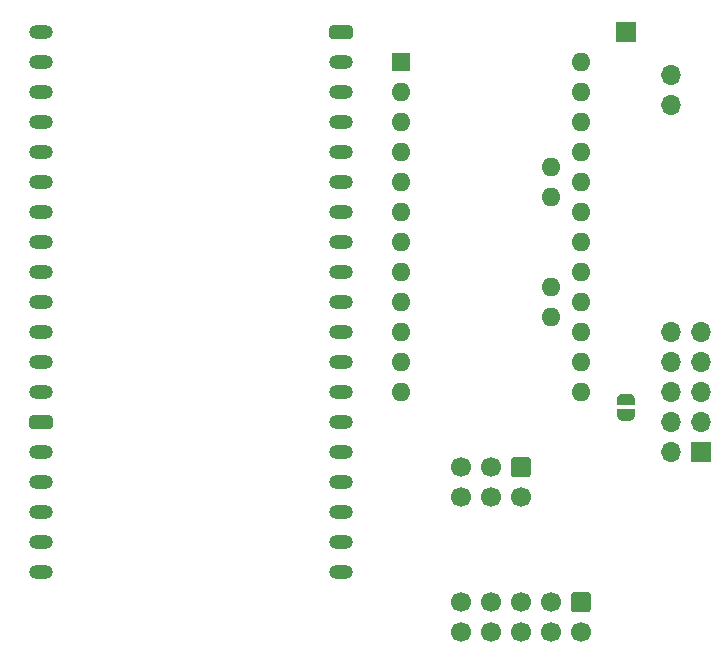
<source format=gbr>
%TF.GenerationSoftware,KiCad,Pcbnew,5.1.9+dfsg1-1*%
%TF.CreationDate,2022-02-22T21:23:52+01:00*%
%TF.ProjectId,PCB,5043422e-6b69-4636-9164-5f7063625858,rev?*%
%TF.SameCoordinates,Original*%
%TF.FileFunction,Soldermask,Top*%
%TF.FilePolarity,Negative*%
%FSLAX46Y46*%
G04 Gerber Fmt 4.6, Leading zero omitted, Abs format (unit mm)*
G04 Created by KiCad (PCBNEW 5.1.9+dfsg1-1) date 2022-02-22 21:23:52*
%MOMM*%
%LPD*%
G01*
G04 APERTURE LIST*
%ADD10O,1.600000X1.600000*%
%ADD11R,1.600000X1.600000*%
%ADD12O,2.000000X1.200000*%
%ADD13C,0.100000*%
%ADD14R,1.700000X1.700000*%
%ADD15O,1.700000X1.700000*%
%ADD16C,1.700000*%
G04 APERTURE END LIST*
D10*
%TO.C,U2*%
X105410000Y-43180000D03*
X105410000Y-40640000D03*
X105410000Y-33020000D03*
X105410000Y-30480000D03*
X107950000Y-21590000D03*
X107950000Y-24130000D03*
X107950000Y-26670000D03*
X92710000Y-49530000D03*
X107950000Y-29210000D03*
X92710000Y-46990000D03*
X107950000Y-31750000D03*
X92710000Y-44450000D03*
X107950000Y-34290000D03*
X92710000Y-41910000D03*
X107950000Y-36830000D03*
X92710000Y-39370000D03*
X107950000Y-39370000D03*
X92710000Y-36830000D03*
X107950000Y-41910000D03*
X92710000Y-34290000D03*
X107950000Y-44450000D03*
X92710000Y-31750000D03*
X107950000Y-46990000D03*
X92710000Y-29210000D03*
X107950000Y-49530000D03*
X92710000Y-26670000D03*
X92710000Y-24130000D03*
D11*
X92710000Y-21590000D03*
%TD*%
%TO.C,U1*%
G36*
G01*
X86933680Y-18452720D02*
X88333680Y-18452720D01*
G75*
G02*
X88633680Y-18752720I0J-300000D01*
G01*
X88633680Y-19352720D01*
G75*
G02*
X88333680Y-19652720I-300000J0D01*
G01*
X86933680Y-19652720D01*
G75*
G02*
X86633680Y-19352720I0J300000D01*
G01*
X86633680Y-18752720D01*
G75*
G02*
X86933680Y-18452720I300000J0D01*
G01*
G37*
D12*
X87633680Y-21592720D03*
X87633680Y-24132720D03*
X87633680Y-26672720D03*
X87633680Y-29212720D03*
X87633680Y-31752720D03*
X87633680Y-34292720D03*
X87633680Y-36832720D03*
X87633680Y-39372720D03*
X87633680Y-41912720D03*
X87633680Y-44452720D03*
X87633680Y-46992720D03*
X87633680Y-49532720D03*
X87633680Y-52072720D03*
X87633680Y-54612720D03*
X87633680Y-57152720D03*
X87633680Y-59692720D03*
X87630000Y-62230000D03*
X87630000Y-64770000D03*
X62233680Y-64772720D03*
X62233680Y-62232720D03*
X62233680Y-59692720D03*
X62233680Y-57152720D03*
X62233680Y-54612720D03*
G36*
G01*
X61533680Y-51472720D02*
X62933680Y-51472720D01*
G75*
G02*
X63233680Y-51772720I0J-300000D01*
G01*
X63233680Y-52372720D01*
G75*
G02*
X62933680Y-52672720I-300000J0D01*
G01*
X61533680Y-52672720D01*
G75*
G02*
X61233680Y-52372720I0J300000D01*
G01*
X61233680Y-51772720D01*
G75*
G02*
X61533680Y-51472720I300000J0D01*
G01*
G37*
X62233680Y-49532720D03*
X62233680Y-46992720D03*
X62233680Y-44452720D03*
X62233680Y-41912720D03*
X62233680Y-39372720D03*
X62233680Y-36832720D03*
X62233680Y-34292720D03*
X62233680Y-31752720D03*
X62233680Y-29212720D03*
X62233680Y-26672720D03*
X62233680Y-24132720D03*
X62233680Y-21592720D03*
X62233680Y-19052720D03*
%TD*%
D13*
%TO.C,JP1*%
G36*
X111010602Y-50135000D02*
G01*
X111010602Y-50110466D01*
X111015412Y-50061635D01*
X111024984Y-50013510D01*
X111039228Y-49966555D01*
X111058005Y-49921222D01*
X111081136Y-49877949D01*
X111108396Y-49837150D01*
X111139524Y-49799221D01*
X111174221Y-49764524D01*
X111212150Y-49733396D01*
X111252949Y-49706136D01*
X111296222Y-49683005D01*
X111341555Y-49664228D01*
X111388510Y-49649984D01*
X111436635Y-49640412D01*
X111485466Y-49635602D01*
X111510000Y-49635602D01*
X111510000Y-49635000D01*
X112010000Y-49635000D01*
X112010000Y-49635602D01*
X112034534Y-49635602D01*
X112083365Y-49640412D01*
X112131490Y-49649984D01*
X112178445Y-49664228D01*
X112223778Y-49683005D01*
X112267051Y-49706136D01*
X112307850Y-49733396D01*
X112345779Y-49764524D01*
X112380476Y-49799221D01*
X112411604Y-49837150D01*
X112438864Y-49877949D01*
X112461995Y-49921222D01*
X112480772Y-49966555D01*
X112495016Y-50013510D01*
X112504588Y-50061635D01*
X112509398Y-50110466D01*
X112509398Y-50135000D01*
X112510000Y-50135000D01*
X112510000Y-50635000D01*
X111010000Y-50635000D01*
X111010000Y-50135000D01*
X111010602Y-50135000D01*
G37*
G36*
X112510000Y-50935000D02*
G01*
X112510000Y-51435000D01*
X112509398Y-51435000D01*
X112509398Y-51459534D01*
X112504588Y-51508365D01*
X112495016Y-51556490D01*
X112480772Y-51603445D01*
X112461995Y-51648778D01*
X112438864Y-51692051D01*
X112411604Y-51732850D01*
X112380476Y-51770779D01*
X112345779Y-51805476D01*
X112307850Y-51836604D01*
X112267051Y-51863864D01*
X112223778Y-51886995D01*
X112178445Y-51905772D01*
X112131490Y-51920016D01*
X112083365Y-51929588D01*
X112034534Y-51934398D01*
X112010000Y-51934398D01*
X112010000Y-51935000D01*
X111510000Y-51935000D01*
X111510000Y-51934398D01*
X111485466Y-51934398D01*
X111436635Y-51929588D01*
X111388510Y-51920016D01*
X111341555Y-51905772D01*
X111296222Y-51886995D01*
X111252949Y-51863864D01*
X111212150Y-51836604D01*
X111174221Y-51805476D01*
X111139524Y-51770779D01*
X111108396Y-51732850D01*
X111081136Y-51692051D01*
X111058005Y-51648778D01*
X111039228Y-51603445D01*
X111024984Y-51556490D01*
X111015412Y-51508365D01*
X111010602Y-51459534D01*
X111010602Y-51435000D01*
X111010000Y-51435000D01*
X111010000Y-50935000D01*
X112510000Y-50935000D01*
G37*
%TD*%
D14*
%TO.C,J3*%
X118110000Y-54610000D03*
D15*
X115570000Y-54610000D03*
X118110000Y-52070000D03*
X115570000Y-52070000D03*
X118110000Y-49530000D03*
X115570000Y-49530000D03*
X118110000Y-46990000D03*
X115570000Y-46990000D03*
X118110000Y-44450000D03*
X115570000Y-44450000D03*
X115570000Y-25210000D03*
X115570000Y-22670000D03*
%TD*%
%TO.C,J2*%
G36*
G01*
X107350000Y-66460000D02*
X108550000Y-66460000D01*
G75*
G02*
X108800000Y-66710000I0J-250000D01*
G01*
X108800000Y-67910000D01*
G75*
G02*
X108550000Y-68160000I-250000J0D01*
G01*
X107350000Y-68160000D01*
G75*
G02*
X107100000Y-67910000I0J250000D01*
G01*
X107100000Y-66710000D01*
G75*
G02*
X107350000Y-66460000I250000J0D01*
G01*
G37*
D16*
X105410000Y-67310000D03*
X102870000Y-67310000D03*
X100330000Y-67310000D03*
X97790000Y-67310000D03*
X107950000Y-69850000D03*
X105410000Y-69850000D03*
X102870000Y-69850000D03*
X100330000Y-69850000D03*
X97790000Y-69850000D03*
%TD*%
%TO.C,J1*%
X97790000Y-58420000D03*
X100330000Y-58420000D03*
X102870000Y-58420000D03*
X97790000Y-55880000D03*
X100330000Y-55880000D03*
G36*
G01*
X102270000Y-55030000D02*
X103470000Y-55030000D01*
G75*
G02*
X103720000Y-55280000I0J-250000D01*
G01*
X103720000Y-56480000D01*
G75*
G02*
X103470000Y-56730000I-250000J0D01*
G01*
X102270000Y-56730000D01*
G75*
G02*
X102020000Y-56480000I0J250000D01*
G01*
X102020000Y-55280000D01*
G75*
G02*
X102270000Y-55030000I250000J0D01*
G01*
G37*
%TD*%
D14*
%TO.C,AE1*%
X111760000Y-19050000D03*
%TD*%
M02*

</source>
